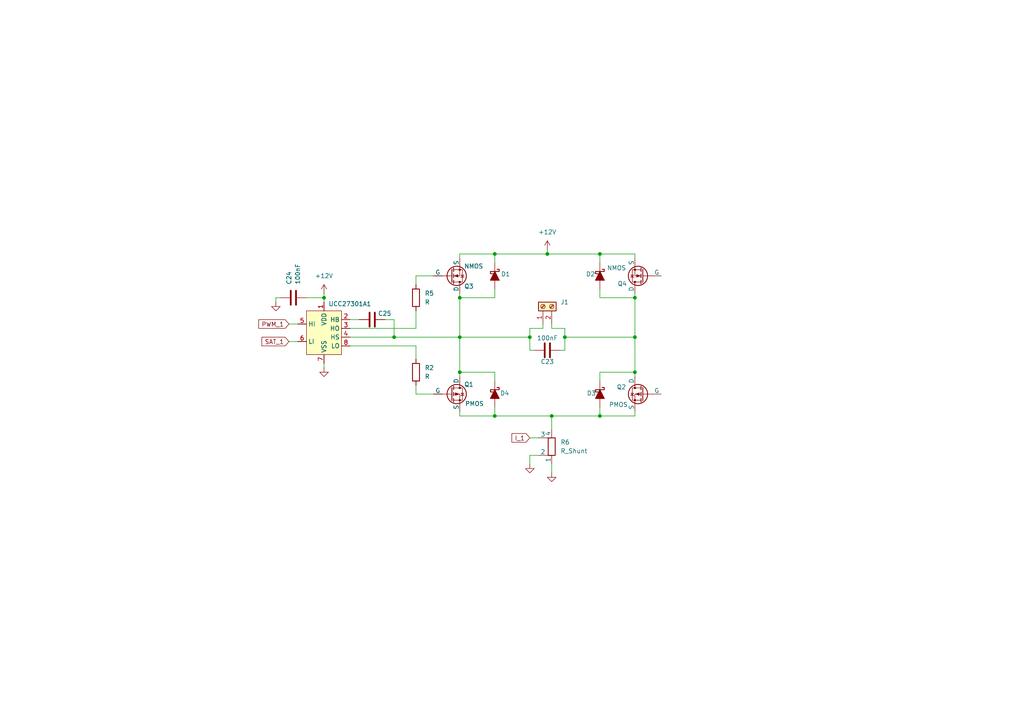
<source format=kicad_sch>
(kicad_sch (version 20231120) (generator "eeschema") (generator_version "8.0")
  (paper "A4")
  (lib_symbols
    (symbol "Connector:Screw_Terminal_01x02" (pin_names (offset 1.016) hide)
      (property "Reference" "J" (at 0 2.54 0))
      (property "Value" "Screw_Terminal_01x02" (at 0 -5.08 0))
      (symbol "Screw_Terminal_01x02_1_1"
        (rectangle (start -1.27 1.27) (end 1.27 -3.81) (stroke (width 0.254)) (fill (type background)))
        (circle (center 0 -2.54) (radius 0.635) (stroke (width 0.1524)))
        (polyline (pts (xy -0.5334 -2.2098) (xy 0.3302 -3.048)) (stroke (width 0.1524)))
        (polyline (pts (xy -0.5334 0.3302) (xy 0.3302 -0.508)) (stroke (width 0.1524)))
        (polyline (pts (xy -0.3556 -2.032) (xy 0.508 -2.8702)) (stroke (width 0.1524)))
        (polyline (pts (xy -0.3556 0.508) (xy 0.508 -0.3302)) (stroke (width 0.1524)))
        (circle (center 0 0) (radius 0.635) (stroke (width 0.1524)))
        (pin passive line (at -5.08 0 0) (length 3.81) (name "Pin_1") (number "1"))
        (pin passive line (at -5.08 -2.54 0) (length 3.81) (name "Pin_2") (number "2"))
      )
    )
    (symbol "Device:C" (pin_numbers hide) (pin_names (offset 0.254))
      (property "Reference" "C" (at 0.635 2.54 0))
      (property "Value" "C" (at 0.635 -2.54 0))
      (symbol "C_0_1"
        (polyline (pts (xy -2.032 -0.762) (xy 2.032 -0.762)) (stroke (width 0.508)))
        (polyline (pts (xy -2.032 0.762) (xy 2.032 0.762)) (stroke (width 0.508)))
      )
      (symbol "C_1_1"
        (pin passive line (at 0 3.81 270) (length 2.794) (name "~") (number "1"))
        (pin passive line (at 0 -3.81 90) (length 2.794) (name "~") (number "2"))
      )
    )
    (symbol "Device:D_Schottky_Filled" (pin_numbers hide) (pin_names (offset 1.016) hide)
      (property "Reference" "D" (at 0 2.54 0))
      (property "Value" "D_Schottky_Filled" (at 0 -2.54 0))
      (symbol "D_Schottky_Filled_0_1"
        (polyline (pts (xy 1.27 0) (xy -1.27 0)))
        (polyline (pts (xy 1.27 1.27) (xy 1.27 -1.27) (xy -1.27 0) (xy 1.27 1.27)) (stroke (width 0.254)) (fill (type outline)))
        (polyline (pts (xy -1.905 0.635) (xy -1.905 1.27) (xy -1.27 1.27) (xy -1.27 -1.27) (xy -0.635 -1.27) (xy -0.635 -0.635)) (stroke (width 0.254)))
      )
      (symbol "D_Schottky_Filled_1_1"
        (pin passive line (at -3.81 0 0) (length 2.54) (name "K") (number "1"))
        (pin passive line (at 3.81 0 180) (length 2.54) (name "A") (number "2"))
      )
    )
    (symbol "Device:R" (pin_numbers hide) (pin_names (offset 0))
      (property "Reference" "R" (at 2.032 0 90))
      (property "Value" "R" (at 0 0 90))
      (symbol "R_0_1"
        (rectangle (start -1.016 -2.54) (end 1.016 2.54) (stroke (width 0.254)))
      )
      (symbol "R_1_1"
        (pin passive line (at 0 3.81 270) (length 1.27) (name "~") (number "1"))
        (pin passive line (at 0 -3.81 90) (length 1.27) (name "~") (number "2"))
      )
    )
    (symbol "Device:R_Shunt" (pin_numbers hide) (pin_names (offset 0))
      (property "Reference" "R" (at -4.445 0 90))
      (property "Value" "R_Shunt" (at -2.54 0 90))
      (symbol "R_Shunt_0_1"
        (rectangle (start -1.016 -2.54) (end 1.016 2.54) (stroke (width 0.254)))
        (polyline (pts (xy 0 -2.54) (xy 1.27 -2.54)))
        (polyline (pts (xy 1.27 2.54) (xy 0 2.54)))
      )
      (symbol "R_Shunt_1_1"
        (pin passive line (at 0 5.08 270) (length 2.54) (name "1") (number "1"))
        (pin passive line (at 3.81 2.54 180) (length 2.54) (name "2") (number "2"))
        (pin passive line (at 3.81 -2.54 180) (length 2.54) (name "3") (number "3"))
        (pin passive line (at 0 -5.08 90) (length 2.54) (name "4") (number "4"))
      )
    )
    (symbol "Driver_FET:UCC27301A"
      (property "Reference" "UCC27301A" (at 7.112 -16.764 0))
      (property "Value" "U" (at 0 0 0))
      (symbol "UCC27301A_1_1"
        (rectangle (start -5.08 -2.54) (end 5.08 -15.24) (fill (type background)))
        (pin power_in line (at 0 0 270) (length 2.54) (name "VDD") (number "1"))
        (pin power_in line (at 7.62 -5.08 180) (length 2.54) (name "HB") (number "2"))
        (pin output line (at 7.62 -7.62 180) (length 2.54) (name "HO") (number "3"))
        (pin output line (at 7.62 -10.16 180) (length 2.54) (name "HS") (number "4"))
        (pin power_in line (at -7.62 -6.35 0) (length 2.54) (name "HI") (number "5"))
        (pin input line (at -7.62 -11.43 0) (length 2.54) (name "LI") (number "6"))
        (pin power_out line (at 0 -17.78 90) (length 2.54) (name "VSS") (number "7"))
        (pin output line (at 7.62 -12.7 180) (length 2.54) (name "LO") (number "8"))
      )
    )
    (symbol "Simulation_SPICE:NMOS" (pin_numbers hide) (pin_names (offset 0))
      (property "Reference" "Q" (at 5.08 1.27 0))
      (property "Value" "NMOS" (at 5.08 -1.27 0))
      (symbol "NMOS_0_1"
        (polyline (pts (xy 0.254 0) (xy -2.54 0)))
        (polyline (pts (xy 0.254 1.905) (xy 0.254 -1.905)) (stroke (width 0.254)))
        (polyline (pts (xy 0.762 -1.27) (xy 0.762 -2.286)) (stroke (width 0.254)))
        (polyline (pts (xy 0.762 0.508) (xy 0.762 -0.508)) (stroke (width 0.254)))
        (polyline (pts (xy 0.762 2.286) (xy 0.762 1.27)) (stroke (width 0.254)))
        (polyline (pts (xy 2.54 2.54) (xy 2.54 1.778)))
        (polyline (pts (xy 2.54 -2.54) (xy 2.54 0) (xy 0.762 0)))
        (polyline (pts (xy 0.762 -1.778) (xy 3.302 -1.778) (xy 3.302 1.778) (xy 0.762 1.778)))
        (polyline (pts (xy 1.016 0) (xy 2.032 0.381) (xy 2.032 -0.381) (xy 1.016 0)) (fill (type outline)))
        (polyline (pts (xy 2.794 0.508) (xy 2.921 0.381) (xy 3.683 0.381) (xy 3.81 0.254)))
        (polyline (pts (xy 3.302 0.381) (xy 2.921 -0.254) (xy 3.683 -0.254) (xy 3.302 0.381)))
        (circle (center 1.651 0) (radius 2.794) (stroke (width 0.254)))
        (circle (center 2.54 -1.778) (radius 0.254) (fill (type outline)))
        (circle (center 2.54 1.778) (radius 0.254) (fill (type outline)))
      )
      (symbol "NMOS_1_1"
        (pin passive line (at 2.54 5.08 270) (length 2.54) (name "D") (number "1"))
        (pin input line (at -5.08 0 0) (length 2.54) (name "G") (number "2"))
        (pin passive line (at 2.54 -5.08 90) (length 2.54) (name "S") (number "3"))
      )
    )
    (symbol "Simulation_SPICE:PMOS" (pin_numbers hide) (pin_names (offset 0))
      (property "Reference" "Q" (at 5.08 1.27 0))
      (property "Value" "PMOS" (at 5.08 -1.27 0))
      (symbol "PMOS_0_1"
        (polyline (pts (xy 0.254 0) (xy -2.54 0)))
        (polyline (pts (xy 0.254 1.905) (xy 0.254 -1.905)) (stroke (width 0.254)))
        (polyline (pts (xy 0.762 -1.27) (xy 0.762 -2.286)) (stroke (width 0.254)))
        (polyline (pts (xy 0.762 0.508) (xy 0.762 -0.508)) (stroke (width 0.254)))
        (polyline (pts (xy 0.762 2.286) (xy 0.762 1.27)) (stroke (width 0.254)))
        (polyline (pts (xy 2.54 2.54) (xy 2.54 1.778)))
        (polyline (pts (xy 2.54 -2.54) (xy 2.54 0) (xy 0.762 0)))
        (polyline (pts (xy 0.762 1.778) (xy 3.302 1.778) (xy 3.302 -1.778) (xy 0.762 -1.778)))
        (polyline (pts (xy 2.286 0) (xy 1.27 0.381) (xy 1.27 -0.381) (xy 2.286 0)) (fill (type outline)))
        (polyline (pts (xy 2.794 -0.508) (xy 2.921 -0.381) (xy 3.683 -0.381) (xy 3.81 -0.254)))
        (polyline (pts (xy 3.302 -0.381) (xy 2.921 0.254) (xy 3.683 0.254) (xy 3.302 -0.381)))
        (circle (center 1.651 0) (radius 2.794) (stroke (width 0.254)))
        (circle (center 2.54 -1.778) (radius 0.254) (fill (type outline)))
        (circle (center 2.54 1.778) (radius 0.254) (fill (type outline)))
      )
      (symbol "PMOS_1_1"
        (pin passive line (at 2.54 5.08 270) (length 2.54) (name "D") (number "1"))
        (pin input line (at -5.08 0 0) (length 2.54) (name "G") (number "2"))
        (pin passive line (at 2.54 -5.08 90) (length 2.54) (name "S") (number "3"))
      )
    )
    (symbol "power:+12V" (power) (pin_numbers hide) (pin_names (offset 0) hide)
      (property "Value" "+12V" (at 0 3.556 0))
      (symbol "+12V_0_1"
        (polyline (pts (xy -0.762 1.27) (xy 0 2.54)))
        (polyline (pts (xy 0 0) (xy 0 2.54)))
        (polyline (pts (xy 0 2.54) (xy 0.762 1.27)))
      )
      (symbol "+12V_1_1"
        (pin power_in line (at 0 0 90) (length 0) (name "~") (number "1"))
      )
    )
    (symbol "power:GND" (power) (pin_numbers hide) (pin_names (offset 0) hide)
      (property "Value" "GND" (at 0 -3.81 0))
      (symbol "GND_0_1"
        (polyline (pts (xy 0 0) (xy 0 -1.27) (xy 1.27 -1.27) (xy 0 -2.54) (xy -1.27 -1.27) (xy 0 -1.27)))
      )
      (symbol "GND_1_1"
        (pin power_in line (at 0 0 270) (length 0) (name "~") (number "1"))
      )
    )
  )
  (junction (at 133.35 86.36))
  (junction (at 133.35 107.95))
  (junction (at 93.98 86.36))
  (junction (at 114.3 97.79))
  (junction (at 133.35 97.79))
  (junction (at 153.67 97.79))
  (junction (at 163.83 97.79))
  (junction (at 184.15 86.36))
  (junction (at 173.99 120.65))
  (junction (at 184.15 97.79))
  (junction (at 143.51 73.66))
  (junction (at 158.75 73.66))
  (junction (at 160.02 120.65))
  (junction (at 184.15 107.95))
  (junction (at 173.99 73.66))
  (junction (at 143.51 120.65))
  (wire (pts (xy 162.56 101.6) (xy 163.83 101.6)))
  (wire (pts (xy 184.15 120.65) (xy 184.15 119.38)))
  (wire (pts (xy 143.51 118.11) (xy 143.51 120.65)))
  (wire (pts (xy 143.51 73.66) (xy 158.75 73.66)))
  (wire (pts (xy 143.51 86.36) (xy 133.35 86.36)))
  (wire (pts (xy 83.82 93.98) (xy 86.36 93.98)))
  (wire (pts (xy 133.35 86.36) (xy 133.35 97.79)))
  (wire (pts (xy 184.15 97.79) (xy 163.83 97.79)))
  (wire (pts (xy 143.51 83.82) (xy 143.51 86.36)))
  (wire (pts (xy 114.3 92.71) (xy 114.3 97.79)))
  (wire (pts (xy 143.51 76.2) (xy 143.51 73.66)))
  (wire (pts (xy 120.65 95.25) (xy 120.65 90.17)))
  (wire (pts (xy 153.67 132.08) (xy 153.67 134.62)))
  (wire (pts (xy 173.99 110.49) (xy 173.99 107.95)))
  (wire (pts (xy 125.73 114.3) (xy 120.65 114.3)))
  (wire (pts (xy 83.82 99.06) (xy 86.36 99.06)))
  (wire (pts (xy 93.98 85.09) (xy 93.98 86.36)))
  (wire (pts (xy 81.28 86.36) (xy 80.01 86.36)))
  (wire (pts (xy 133.35 73.66) (xy 133.35 74.93)))
  (wire (pts (xy 157.48 95.25) (xy 157.48 93.98)))
  (wire (pts (xy 153.67 95.25) (xy 157.48 95.25)))
  (wire (pts (xy 163.83 95.25) (xy 160.02 95.25)))
  (wire (pts (xy 143.51 120.65) (xy 133.35 120.65)))
  (wire (pts (xy 173.99 86.36) (xy 173.99 83.82)))
  (wire (pts (xy 160.02 95.25) (xy 160.02 93.98)))
  (wire (pts (xy 80.01 86.36) (xy 80.01 87.63)))
  (wire (pts (xy 156.21 132.08) (xy 153.67 132.08)))
  (wire (pts (xy 160.02 120.65) (xy 160.02 124.46)))
  (wire (pts (xy 173.99 118.11) (xy 173.99 120.65)))
  (wire (pts (xy 158.75 72.39) (xy 158.75 73.66)))
  (wire (pts (xy 143.51 107.95) (xy 143.51 110.49)))
  (wire (pts (xy 101.6 95.25) (xy 120.65 95.25)))
  (wire (pts (xy 111.76 92.71) (xy 114.3 92.71)))
  (wire (pts (xy 173.99 76.2) (xy 173.99 73.66)))
  (wire (pts (xy 154.94 101.6) (xy 153.67 101.6)))
  (wire (pts (xy 173.99 120.65) (xy 184.15 120.65)))
  (wire (pts (xy 88.9 86.36) (xy 93.98 86.36)))
  (wire (pts (xy 120.65 114.3) (xy 120.65 111.76)))
  (wire (pts (xy 93.98 105.41) (xy 93.98 106.68)))
  (wire (pts (xy 143.51 120.65) (xy 160.02 120.65)))
  (wire (pts (xy 114.3 97.79) (xy 133.35 97.79)))
  (wire (pts (xy 163.83 97.79) (xy 163.83 95.25)))
  (wire (pts (xy 160.02 120.65) (xy 173.99 120.65)))
  (wire (pts (xy 101.6 92.71) (xy 104.14 92.71)))
  (wire (pts (xy 133.35 97.79) (xy 153.67 97.79)))
  (wire (pts (xy 160.02 134.62) (xy 160.02 137.16)))
  (wire (pts (xy 143.51 73.66) (xy 133.35 73.66)))
  (wire (pts (xy 184.15 86.36) (xy 173.99 86.36)))
  (wire (pts (xy 184.15 73.66) (xy 184.15 74.93)))
  (wire (pts (xy 133.35 85.09) (xy 133.35 86.36)))
  (wire (pts (xy 101.6 100.33) (xy 120.65 100.33)))
  (wire (pts (xy 184.15 107.95) (xy 184.15 109.22)))
  (wire (pts (xy 120.65 80.01) (xy 120.65 82.55)))
  (wire (pts (xy 133.35 107.95) (xy 133.35 109.22)))
  (wire (pts (xy 133.35 97.79) (xy 133.35 107.95)))
  (wire (pts (xy 184.15 86.36) (xy 184.15 97.79)))
  (wire (pts (xy 133.35 107.95) (xy 143.51 107.95)))
  (wire (pts (xy 114.3 97.79) (xy 101.6 97.79)))
  (wire (pts (xy 158.75 73.66) (xy 173.99 73.66)))
  (wire (pts (xy 153.67 127) (xy 156.21 127)))
  (wire (pts (xy 153.67 101.6) (xy 153.67 97.79)))
  (wire (pts (xy 153.67 97.79) (xy 153.67 95.25)))
  (wire (pts (xy 125.73 80.01) (xy 120.65 80.01)))
  (wire (pts (xy 184.15 85.09) (xy 184.15 86.36)))
  (wire (pts (xy 133.35 120.65) (xy 133.35 119.38)))
  (wire (pts (xy 173.99 107.95) (xy 184.15 107.95)))
  (wire (pts (xy 163.83 101.6) (xy 163.83 97.79)))
  (wire (pts (xy 93.98 86.36) (xy 93.98 87.63)))
  (wire (pts (xy 173.99 73.66) (xy 184.15 73.66)))
  (wire (pts (xy 184.15 97.79) (xy 184.15 107.95)))
  (wire (pts (xy 120.65 100.33) (xy 120.65 104.14)))
  (global_label "PWM_1" (shape input) (at 83.82 93.98 180) (property "Intersheetrefs" "${INTERSHEET_REFS}" (effects (hide yes))))
  (global_label "SAT_1" (shape input) (at 83.82 99.06 180) (property "Intersheetrefs" "${INTERSHEET_REFS}" (effects (hide yes))))
  (global_label "I_1" (shape input) (at 153.67 127 180) (property "Intersheetrefs" "${INTERSHEET_REFS}" (effects (hide yes))))
  (symbol (lib_id "Device:D_Schottky_Filled") (at 143.51 80.01 270) (unit 1)
    (property "Reference" "D1" (at 145.288 79.502 90) (effects (justify left)))
    (property "Value" "D_Schottky_Filled" (effects (hide yes)))
    (property "Description" "Schottky diode, filled shape" (effects (hide yes)))
  )
  (symbol (lib_id "Device:C") (at 107.95 92.71 270) (unit 1)
    (property "Reference" "C25" (at 113.538 90.932 90) (effects (justify right)))
    (property "Value" "100nF" (effects (hide yes)))
    (property "Description" "Unpolarized capacitor" (effects (hide yes)))
  )
  (symbol (lib_id "Device:D_Schottky_Filled") (at 173.99 80.01 270) (unit 1)
    (property "Reference" "D2" (at 169.926 79.502 90) (effects (justify left)))
    (property "Value" "D_Schottky_Filled" (effects (hide yes)))
    (property "Description" "Schottky diode, filled shape" (effects (hide yes)))
  )
  (symbol (lib_id "Device:C") (at 158.75 101.6 90) (unit 1)
    (property "Reference" "C23" (at 158.75 104.902 90))
    (property "Value" "100nF" (at 158.75 98.044 90))
    (property "Description" "Unpolarized capacitor" (effects (hide yes)))
  )
  (symbol (lib_id "power:GND") (at 160.02 137.16 0) (unit 1)
    (property "Reference" "#PWR014" (effects (hide yes)))
    (property "Value" "GND" (effects (hide yes)))
    (property "Description" "Power symbol creates a global label with name \"GND\" , ground" (effects (hide yes)))
  )
  (symbol (lib_id "Connector:Screw_Terminal_01x02") (at 157.48 88.9 90) (unit 1)
    (property "Reference" "J1" (at 162.56 87.6299 90) (effects (justify right)))
    (property "Value" "Screw_Terminal_01x02" (effects (hide yes)))
    (property "Description" "Generic screw terminal, single row, 01x02, script generated (kicad-library-utils/schlib/autogen/connector/)" (effects (hide yes)))
  )
  (symbol (lib_id "Device:D_Schottky_Filled") (at 173.99 114.3 270) (unit 1)
    (property "Reference" "D3" (at 170.18 114.046 90) (effects (justify left)))
    (property "Value" "D_Schottky_Filled" (effects (hide yes)))
    (property "Description" "Schottky diode, filled shape" (effects (hide yes)))
  )
  (symbol (lib_id "Device:D_Schottky_Filled") (at 143.51 114.3 270) (unit 1)
    (property "Reference" "D4" (at 145.034 114.046 90) (effects (justify left)))
    (property "Value" "D_Schottky_Filled" (effects (hide yes)))
    (property "Description" "Schottky diode, filled shape" (effects (hide yes)))
  )
  (symbol (lib_id "Device:R_Shunt") (at 160.02 129.54 180) (unit 1)
    (property "Reference" "R6" (at 162.56 128.2699 0) (effects (justify right)))
    (property "Value" "R_Shunt" (at 162.56 130.8099 0) (effects (justify right)))
    (property "Description" "Shunt resistor" (effects (hide yes)))
  )
  (symbol (lib_id "Device:R") (at 120.65 107.95 0) (unit 1)
    (property "Reference" "R2" (at 123.19 106.6799 0) (effects (justify left)))
    (property "Value" "R" (at 123.19 109.2199 0) (effects (justify left)))
    (property "Description" "Resistor" (effects (hide yes)))
  )
  (symbol (lib_id "power:+12V") (at 158.75 72.39 0) (unit 1)
    (property "Reference" "#PWR015" (effects (hide yes)))
    (property "Value" "+12V" (at 158.75 67.31 0))
    (property "Description" "Power symbol creates a global label with name \"+12V\"" (effects (hide yes)))
  )
  (symbol (lib_id "power:+12V") (at 93.98 85.09 0) (unit 1)
    (property "Reference" "#PWR017" (effects (hide yes)))
    (property "Value" "+12V" (at 93.98 80.01 0))
    (property "Description" "Power symbol creates a global label with name \"+12V\"" (effects (hide yes)))
  )
  (symbol (lib_id "Simulation_SPICE:NMOS") (at 186.69 80.01 180) (unit 1)
    (property "Reference" "Q4" (at 181.864 82.296 0) (effects (justify left)))
    (property "Value" "NMOS" (at 181.61 77.724 0) (effects (justify left)))
    (property "Datasheet" "https://ngspice.sourceforge.io/docs/ngspice-html-manual/manual.xhtml#cha_MOSFETs" (effects (hide yes)))
    (property "Description" "N-MOSFET transistor, drain/source/gate" (effects (hide yes)))
    (property "Sim.Device" "NMOS" (effects (hide yes)))
    (property "Sim.Type" "VDMOS" (effects (hide yes)))
    (property "Sim.Pins" "1=D 2=G 3=S" (effects (hide yes)))
  )
  (symbol (lib_id "Device:R") (at 120.65 86.36 0) (unit 1)
    (property "Reference" "R5" (at 123.19 85.0899 0) (effects (justify left)))
    (property "Value" "R" (at 123.19 87.6299 0) (effects (justify left)))
    (property "Description" "Resistor" (effects (hide yes)))
  )
  (symbol (lib_id "Simulation_SPICE:NMOS") (at 130.81 80.01 0) (mirror x) (unit 1)
    (property "Reference" "Q3" (at 134.62 83.058 0) (effects (justify left)))
    (property "Value" "NMOS" (at 134.62 77.216 0) (effects (justify left)))
    (property "Datasheet" "https://ngspice.sourceforge.io/docs/ngspice-html-manual/manual.xhtml#cha_MOSFETs" (effects (hide yes)))
    (property "Description" "N-MOSFET transistor, drain/source/gate" (effects (hide yes)))
    (property "Sim.Device" "NMOS" (effects (hide yes)))
    (property "Sim.Type" "VDMOS" (effects (hide yes)))
    (property "Sim.Pins" "1=D 2=G 3=S" (effects (hide yes)))
  )
  (symbol (lib_id "power:GND") (at 153.67 134.62 0) (unit 1)
    (property "Reference" "#PWR037" (effects (hide yes)))
    (property "Value" "GND" (effects (hide yes)))
    (property "Description" "Power symbol creates a global label with name \"GND\" , ground" (effects (hide yes)))
  )
  (symbol (lib_id "Device:C") (at 85.09 86.36 270) (unit 1)
    (property "Reference" "C24" (at 83.8199 82.55 0) (effects (justify right)))
    (property "Value" "100nF" (at 86.3599 82.55 0) (effects (justify right)))
    (property "Description" "Unpolarized capacitor" (effects (hide yes)))
  )
  (symbol (lib_id "Simulation_SPICE:PMOS") (at 130.81 114.3 0) (unit 1)
    (property "Reference" "Q1" (at 134.62 111.506 0) (effects (justify left)))
    (property "Value" "PMOS" (at 134.874 117.094 0) (effects (justify left)))
    (property "Datasheet" "https://ngspice.sourceforge.io/docs/ngspice-html-manual/manual.xhtml#cha_MOSFETs" (effects (hide yes)))
    (property "Description" "P-MOSFET transistor, drain/source/gate" (effects (hide yes)))
    (property "Sim.Device" "PMOS" (effects (hide yes)))
    (property "Sim.Type" "VDMOS" (effects (hide yes)))
    (property "Sim.Pins" "1=D 2=G 3=S" (effects (hide yes)))
  )
  (symbol (lib_id "power:GND") (at 93.98 106.68 0) (unit 1)
    (property "Reference" "#PWR016" (effects (hide yes)))
    (property "Value" "GND" (effects (hide yes)))
    (property "Description" "Power symbol creates a global label with name \"GND\" , ground" (effects (hide yes)))
  )
  (symbol (lib_id "Simulation_SPICE:PMOS") (at 186.69 114.3 0) (mirror y) (unit 1)
    (property "Reference" "Q2" (at 181.61 112.268 0) (effects (justify left)))
    (property "Value" "PMOS" (at 182.118 117.348 0) (effects (justify left)))
    (property "Datasheet" "https://ngspice.sourceforge.io/docs/ngspice-html-manual/manual.xhtml#cha_MOSFETs" (effects (hide yes)))
    (property "Description" "P-MOSFET transistor, drain/source/gate" (effects (hide yes)))
    (property "Sim.Device" "PMOS" (effects (hide yes)))
    (property "Sim.Type" "VDMOS" (effects (hide yes)))
    (property "Sim.Pins" "1=D 2=G 3=S" (effects (hide yes)))
  )
  (symbol (lib_id "Driver_FET:UCC27301A") (at 93.98 87.63 0) (unit 1)
    (property "Reference" "UCC27301A1" (at 95.25 88.138 0) (effects (justify left)))
    (property "Value" "U" (effects (hide yes)))
    (property "Description" "UCC27301A 120V, 3.7A/4.5A Half-Bridge Driver with 8V UVLO, Interlock and Enable" (effects (hide yes)))
  )
  (symbol (lib_id "power:GND") (at 80.01 87.63 0) (unit 1)
    (property "Reference" "#PWR013" (effects (hide yes)))
    (property "Value" "GND" (effects (hide yes)))
    (property "Description" "Power symbol creates a global label with name \"GND\" , ground" (effects (hide yes)))
  )
)
</source>
